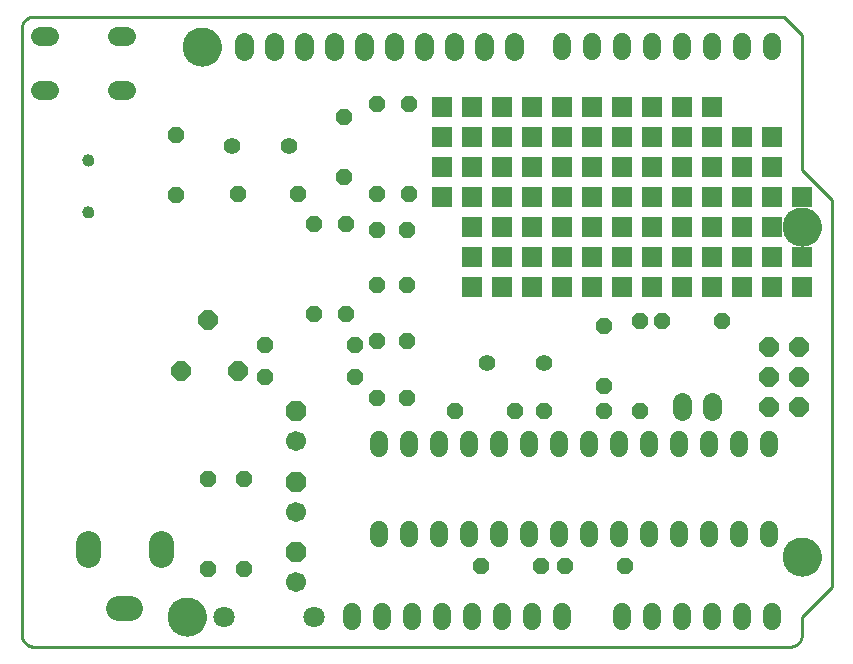
<source format=gbs>
G75*
%MOIN*%
%OFA0B0*%
%FSLAX25Y25*%
%IPPOS*%
%LPD*%
%AMOC8*
5,1,8,0,0,1.08239X$1,22.5*
%
%ADD10C,0.01000*%
%ADD11C,0.00000*%
%ADD12C,0.12998*%
%ADD13C,0.06000*%
%ADD14OC8,0.06502*%
%ADD15C,0.06400*%
%ADD16OC8,0.06700*%
%ADD17C,0.06700*%
%ADD18OC8,0.05600*%
%ADD19C,0.03943*%
%ADD20C,0.05600*%
%ADD21C,0.07093*%
%ADD22OC8,0.06400*%
%ADD23C,0.08400*%
%ADD24R,0.06896X0.06896*%
D10*
X0009770Y0009437D02*
X0009770Y0211563D01*
X0009772Y0211687D01*
X0009778Y0211810D01*
X0009787Y0211934D01*
X0009801Y0212056D01*
X0009818Y0212179D01*
X0009840Y0212301D01*
X0009865Y0212422D01*
X0009894Y0212542D01*
X0009926Y0212661D01*
X0009963Y0212780D01*
X0010003Y0212897D01*
X0010046Y0213012D01*
X0010094Y0213127D01*
X0010145Y0213239D01*
X0010199Y0213350D01*
X0010257Y0213460D01*
X0010318Y0213567D01*
X0010383Y0213673D01*
X0010451Y0213776D01*
X0010522Y0213877D01*
X0010596Y0213976D01*
X0010673Y0214073D01*
X0010754Y0214167D01*
X0010837Y0214258D01*
X0010923Y0214347D01*
X0011012Y0214433D01*
X0011103Y0214516D01*
X0011197Y0214597D01*
X0011294Y0214674D01*
X0011393Y0214748D01*
X0011494Y0214819D01*
X0011597Y0214887D01*
X0011703Y0214952D01*
X0011810Y0215013D01*
X0011920Y0215071D01*
X0012031Y0215125D01*
X0012143Y0215176D01*
X0012258Y0215224D01*
X0012373Y0215267D01*
X0012490Y0215307D01*
X0012609Y0215344D01*
X0012728Y0215376D01*
X0012848Y0215405D01*
X0012969Y0215430D01*
X0013091Y0215452D01*
X0013214Y0215469D01*
X0013336Y0215483D01*
X0013460Y0215492D01*
X0013583Y0215498D01*
X0013707Y0215500D01*
X0263770Y0215500D01*
X0269770Y0209500D01*
X0269770Y0164500D01*
X0279770Y0154500D01*
X0279770Y0025500D01*
X0269770Y0015500D01*
X0269770Y0009437D01*
X0269768Y0009313D01*
X0269762Y0009190D01*
X0269753Y0009066D01*
X0269739Y0008944D01*
X0269722Y0008821D01*
X0269700Y0008699D01*
X0269675Y0008578D01*
X0269646Y0008458D01*
X0269614Y0008339D01*
X0269577Y0008220D01*
X0269537Y0008103D01*
X0269494Y0007988D01*
X0269446Y0007873D01*
X0269395Y0007761D01*
X0269341Y0007650D01*
X0269283Y0007540D01*
X0269222Y0007433D01*
X0269157Y0007327D01*
X0269089Y0007224D01*
X0269018Y0007123D01*
X0268944Y0007024D01*
X0268867Y0006927D01*
X0268786Y0006833D01*
X0268703Y0006742D01*
X0268617Y0006653D01*
X0268528Y0006567D01*
X0268437Y0006484D01*
X0268343Y0006403D01*
X0268246Y0006326D01*
X0268147Y0006252D01*
X0268046Y0006181D01*
X0267943Y0006113D01*
X0267837Y0006048D01*
X0267730Y0005987D01*
X0267620Y0005929D01*
X0267509Y0005875D01*
X0267397Y0005824D01*
X0267282Y0005776D01*
X0267167Y0005733D01*
X0267050Y0005693D01*
X0266931Y0005656D01*
X0266812Y0005624D01*
X0266692Y0005595D01*
X0266571Y0005570D01*
X0266449Y0005548D01*
X0266326Y0005531D01*
X0266204Y0005517D01*
X0266080Y0005508D01*
X0265957Y0005502D01*
X0265833Y0005500D01*
X0013707Y0005500D01*
X0013583Y0005502D01*
X0013460Y0005508D01*
X0013336Y0005517D01*
X0013214Y0005531D01*
X0013091Y0005548D01*
X0012969Y0005570D01*
X0012848Y0005595D01*
X0012728Y0005624D01*
X0012609Y0005656D01*
X0012490Y0005693D01*
X0012373Y0005733D01*
X0012258Y0005776D01*
X0012143Y0005824D01*
X0012031Y0005875D01*
X0011920Y0005929D01*
X0011810Y0005987D01*
X0011703Y0006048D01*
X0011597Y0006113D01*
X0011494Y0006181D01*
X0011393Y0006252D01*
X0011294Y0006326D01*
X0011197Y0006403D01*
X0011103Y0006484D01*
X0011012Y0006567D01*
X0010923Y0006653D01*
X0010837Y0006742D01*
X0010754Y0006833D01*
X0010673Y0006927D01*
X0010596Y0007024D01*
X0010522Y0007123D01*
X0010451Y0007224D01*
X0010383Y0007327D01*
X0010318Y0007433D01*
X0010257Y0007540D01*
X0010199Y0007650D01*
X0010145Y0007761D01*
X0010094Y0007873D01*
X0010046Y0007988D01*
X0010003Y0008103D01*
X0009963Y0008220D01*
X0009926Y0008339D01*
X0009894Y0008458D01*
X0009865Y0008578D01*
X0009840Y0008699D01*
X0009818Y0008821D01*
X0009801Y0008944D01*
X0009787Y0009066D01*
X0009778Y0009190D01*
X0009772Y0009313D01*
X0009770Y0009437D01*
D11*
X0058471Y0015500D02*
X0058473Y0015658D01*
X0058479Y0015816D01*
X0058489Y0015974D01*
X0058503Y0016132D01*
X0058521Y0016289D01*
X0058542Y0016446D01*
X0058568Y0016602D01*
X0058598Y0016758D01*
X0058631Y0016913D01*
X0058669Y0017066D01*
X0058710Y0017219D01*
X0058755Y0017371D01*
X0058804Y0017522D01*
X0058857Y0017671D01*
X0058913Y0017819D01*
X0058973Y0017965D01*
X0059037Y0018110D01*
X0059105Y0018253D01*
X0059176Y0018395D01*
X0059250Y0018535D01*
X0059328Y0018672D01*
X0059410Y0018808D01*
X0059494Y0018942D01*
X0059583Y0019073D01*
X0059674Y0019202D01*
X0059769Y0019329D01*
X0059866Y0019454D01*
X0059967Y0019576D01*
X0060071Y0019695D01*
X0060178Y0019812D01*
X0060288Y0019926D01*
X0060401Y0020037D01*
X0060516Y0020146D01*
X0060634Y0020251D01*
X0060755Y0020353D01*
X0060878Y0020453D01*
X0061004Y0020549D01*
X0061132Y0020642D01*
X0061262Y0020732D01*
X0061395Y0020818D01*
X0061530Y0020902D01*
X0061666Y0020981D01*
X0061805Y0021058D01*
X0061946Y0021130D01*
X0062088Y0021200D01*
X0062232Y0021265D01*
X0062378Y0021327D01*
X0062525Y0021385D01*
X0062674Y0021440D01*
X0062824Y0021491D01*
X0062975Y0021538D01*
X0063127Y0021581D01*
X0063280Y0021620D01*
X0063435Y0021656D01*
X0063590Y0021687D01*
X0063746Y0021715D01*
X0063902Y0021739D01*
X0064059Y0021759D01*
X0064217Y0021775D01*
X0064374Y0021787D01*
X0064533Y0021795D01*
X0064691Y0021799D01*
X0064849Y0021799D01*
X0065007Y0021795D01*
X0065166Y0021787D01*
X0065323Y0021775D01*
X0065481Y0021759D01*
X0065638Y0021739D01*
X0065794Y0021715D01*
X0065950Y0021687D01*
X0066105Y0021656D01*
X0066260Y0021620D01*
X0066413Y0021581D01*
X0066565Y0021538D01*
X0066716Y0021491D01*
X0066866Y0021440D01*
X0067015Y0021385D01*
X0067162Y0021327D01*
X0067308Y0021265D01*
X0067452Y0021200D01*
X0067594Y0021130D01*
X0067735Y0021058D01*
X0067874Y0020981D01*
X0068010Y0020902D01*
X0068145Y0020818D01*
X0068278Y0020732D01*
X0068408Y0020642D01*
X0068536Y0020549D01*
X0068662Y0020453D01*
X0068785Y0020353D01*
X0068906Y0020251D01*
X0069024Y0020146D01*
X0069139Y0020037D01*
X0069252Y0019926D01*
X0069362Y0019812D01*
X0069469Y0019695D01*
X0069573Y0019576D01*
X0069674Y0019454D01*
X0069771Y0019329D01*
X0069866Y0019202D01*
X0069957Y0019073D01*
X0070046Y0018942D01*
X0070130Y0018808D01*
X0070212Y0018672D01*
X0070290Y0018535D01*
X0070364Y0018395D01*
X0070435Y0018253D01*
X0070503Y0018110D01*
X0070567Y0017965D01*
X0070627Y0017819D01*
X0070683Y0017671D01*
X0070736Y0017522D01*
X0070785Y0017371D01*
X0070830Y0017219D01*
X0070871Y0017066D01*
X0070909Y0016913D01*
X0070942Y0016758D01*
X0070972Y0016602D01*
X0070998Y0016446D01*
X0071019Y0016289D01*
X0071037Y0016132D01*
X0071051Y0015974D01*
X0071061Y0015816D01*
X0071067Y0015658D01*
X0071069Y0015500D01*
X0071067Y0015342D01*
X0071061Y0015184D01*
X0071051Y0015026D01*
X0071037Y0014868D01*
X0071019Y0014711D01*
X0070998Y0014554D01*
X0070972Y0014398D01*
X0070942Y0014242D01*
X0070909Y0014087D01*
X0070871Y0013934D01*
X0070830Y0013781D01*
X0070785Y0013629D01*
X0070736Y0013478D01*
X0070683Y0013329D01*
X0070627Y0013181D01*
X0070567Y0013035D01*
X0070503Y0012890D01*
X0070435Y0012747D01*
X0070364Y0012605D01*
X0070290Y0012465D01*
X0070212Y0012328D01*
X0070130Y0012192D01*
X0070046Y0012058D01*
X0069957Y0011927D01*
X0069866Y0011798D01*
X0069771Y0011671D01*
X0069674Y0011546D01*
X0069573Y0011424D01*
X0069469Y0011305D01*
X0069362Y0011188D01*
X0069252Y0011074D01*
X0069139Y0010963D01*
X0069024Y0010854D01*
X0068906Y0010749D01*
X0068785Y0010647D01*
X0068662Y0010547D01*
X0068536Y0010451D01*
X0068408Y0010358D01*
X0068278Y0010268D01*
X0068145Y0010182D01*
X0068010Y0010098D01*
X0067874Y0010019D01*
X0067735Y0009942D01*
X0067594Y0009870D01*
X0067452Y0009800D01*
X0067308Y0009735D01*
X0067162Y0009673D01*
X0067015Y0009615D01*
X0066866Y0009560D01*
X0066716Y0009509D01*
X0066565Y0009462D01*
X0066413Y0009419D01*
X0066260Y0009380D01*
X0066105Y0009344D01*
X0065950Y0009313D01*
X0065794Y0009285D01*
X0065638Y0009261D01*
X0065481Y0009241D01*
X0065323Y0009225D01*
X0065166Y0009213D01*
X0065007Y0009205D01*
X0064849Y0009201D01*
X0064691Y0009201D01*
X0064533Y0009205D01*
X0064374Y0009213D01*
X0064217Y0009225D01*
X0064059Y0009241D01*
X0063902Y0009261D01*
X0063746Y0009285D01*
X0063590Y0009313D01*
X0063435Y0009344D01*
X0063280Y0009380D01*
X0063127Y0009419D01*
X0062975Y0009462D01*
X0062824Y0009509D01*
X0062674Y0009560D01*
X0062525Y0009615D01*
X0062378Y0009673D01*
X0062232Y0009735D01*
X0062088Y0009800D01*
X0061946Y0009870D01*
X0061805Y0009942D01*
X0061666Y0010019D01*
X0061530Y0010098D01*
X0061395Y0010182D01*
X0061262Y0010268D01*
X0061132Y0010358D01*
X0061004Y0010451D01*
X0060878Y0010547D01*
X0060755Y0010647D01*
X0060634Y0010749D01*
X0060516Y0010854D01*
X0060401Y0010963D01*
X0060288Y0011074D01*
X0060178Y0011188D01*
X0060071Y0011305D01*
X0059967Y0011424D01*
X0059866Y0011546D01*
X0059769Y0011671D01*
X0059674Y0011798D01*
X0059583Y0011927D01*
X0059494Y0012058D01*
X0059410Y0012192D01*
X0059328Y0012328D01*
X0059250Y0012465D01*
X0059176Y0012605D01*
X0059105Y0012747D01*
X0059037Y0012890D01*
X0058973Y0013035D01*
X0058913Y0013181D01*
X0058857Y0013329D01*
X0058804Y0013478D01*
X0058755Y0013629D01*
X0058710Y0013781D01*
X0058669Y0013934D01*
X0058631Y0014087D01*
X0058598Y0014242D01*
X0058568Y0014398D01*
X0058542Y0014554D01*
X0058521Y0014711D01*
X0058503Y0014868D01*
X0058489Y0015026D01*
X0058479Y0015184D01*
X0058473Y0015342D01*
X0058471Y0015500D01*
X0029998Y0150339D02*
X0030000Y0150423D01*
X0030006Y0150506D01*
X0030016Y0150589D01*
X0030030Y0150672D01*
X0030047Y0150754D01*
X0030069Y0150835D01*
X0030094Y0150914D01*
X0030123Y0150993D01*
X0030156Y0151070D01*
X0030192Y0151145D01*
X0030232Y0151219D01*
X0030275Y0151291D01*
X0030322Y0151360D01*
X0030372Y0151427D01*
X0030425Y0151492D01*
X0030481Y0151554D01*
X0030539Y0151614D01*
X0030601Y0151671D01*
X0030665Y0151724D01*
X0030732Y0151775D01*
X0030801Y0151822D01*
X0030872Y0151867D01*
X0030945Y0151907D01*
X0031020Y0151944D01*
X0031097Y0151978D01*
X0031175Y0152008D01*
X0031254Y0152034D01*
X0031335Y0152057D01*
X0031417Y0152075D01*
X0031499Y0152090D01*
X0031582Y0152101D01*
X0031665Y0152108D01*
X0031749Y0152111D01*
X0031833Y0152110D01*
X0031916Y0152105D01*
X0032000Y0152096D01*
X0032082Y0152083D01*
X0032164Y0152067D01*
X0032245Y0152046D01*
X0032326Y0152022D01*
X0032404Y0151994D01*
X0032482Y0151962D01*
X0032558Y0151926D01*
X0032632Y0151887D01*
X0032704Y0151845D01*
X0032774Y0151799D01*
X0032842Y0151750D01*
X0032907Y0151698D01*
X0032970Y0151643D01*
X0033030Y0151585D01*
X0033088Y0151524D01*
X0033142Y0151460D01*
X0033194Y0151394D01*
X0033242Y0151326D01*
X0033287Y0151255D01*
X0033328Y0151182D01*
X0033367Y0151108D01*
X0033401Y0151032D01*
X0033432Y0150954D01*
X0033459Y0150875D01*
X0033483Y0150794D01*
X0033502Y0150713D01*
X0033518Y0150631D01*
X0033530Y0150548D01*
X0033538Y0150464D01*
X0033542Y0150381D01*
X0033542Y0150297D01*
X0033538Y0150214D01*
X0033530Y0150130D01*
X0033518Y0150047D01*
X0033502Y0149965D01*
X0033483Y0149884D01*
X0033459Y0149803D01*
X0033432Y0149724D01*
X0033401Y0149646D01*
X0033367Y0149570D01*
X0033328Y0149496D01*
X0033287Y0149423D01*
X0033242Y0149352D01*
X0033194Y0149284D01*
X0033142Y0149218D01*
X0033088Y0149154D01*
X0033030Y0149093D01*
X0032970Y0149035D01*
X0032907Y0148980D01*
X0032842Y0148928D01*
X0032774Y0148879D01*
X0032704Y0148833D01*
X0032632Y0148791D01*
X0032558Y0148752D01*
X0032482Y0148716D01*
X0032404Y0148684D01*
X0032326Y0148656D01*
X0032245Y0148632D01*
X0032164Y0148611D01*
X0032082Y0148595D01*
X0032000Y0148582D01*
X0031916Y0148573D01*
X0031833Y0148568D01*
X0031749Y0148567D01*
X0031665Y0148570D01*
X0031582Y0148577D01*
X0031499Y0148588D01*
X0031417Y0148603D01*
X0031335Y0148621D01*
X0031254Y0148644D01*
X0031175Y0148670D01*
X0031097Y0148700D01*
X0031020Y0148734D01*
X0030945Y0148771D01*
X0030872Y0148811D01*
X0030801Y0148856D01*
X0030732Y0148903D01*
X0030665Y0148954D01*
X0030601Y0149007D01*
X0030539Y0149064D01*
X0030481Y0149124D01*
X0030425Y0149186D01*
X0030372Y0149251D01*
X0030322Y0149318D01*
X0030275Y0149387D01*
X0030232Y0149459D01*
X0030192Y0149533D01*
X0030156Y0149608D01*
X0030123Y0149685D01*
X0030094Y0149764D01*
X0030069Y0149843D01*
X0030047Y0149924D01*
X0030030Y0150006D01*
X0030016Y0150089D01*
X0030006Y0150172D01*
X0030000Y0150255D01*
X0029998Y0150339D01*
X0029998Y0167661D02*
X0030000Y0167745D01*
X0030006Y0167828D01*
X0030016Y0167911D01*
X0030030Y0167994D01*
X0030047Y0168076D01*
X0030069Y0168157D01*
X0030094Y0168236D01*
X0030123Y0168315D01*
X0030156Y0168392D01*
X0030192Y0168467D01*
X0030232Y0168541D01*
X0030275Y0168613D01*
X0030322Y0168682D01*
X0030372Y0168749D01*
X0030425Y0168814D01*
X0030481Y0168876D01*
X0030539Y0168936D01*
X0030601Y0168993D01*
X0030665Y0169046D01*
X0030732Y0169097D01*
X0030801Y0169144D01*
X0030872Y0169189D01*
X0030945Y0169229D01*
X0031020Y0169266D01*
X0031097Y0169300D01*
X0031175Y0169330D01*
X0031254Y0169356D01*
X0031335Y0169379D01*
X0031417Y0169397D01*
X0031499Y0169412D01*
X0031582Y0169423D01*
X0031665Y0169430D01*
X0031749Y0169433D01*
X0031833Y0169432D01*
X0031916Y0169427D01*
X0032000Y0169418D01*
X0032082Y0169405D01*
X0032164Y0169389D01*
X0032245Y0169368D01*
X0032326Y0169344D01*
X0032404Y0169316D01*
X0032482Y0169284D01*
X0032558Y0169248D01*
X0032632Y0169209D01*
X0032704Y0169167D01*
X0032774Y0169121D01*
X0032842Y0169072D01*
X0032907Y0169020D01*
X0032970Y0168965D01*
X0033030Y0168907D01*
X0033088Y0168846D01*
X0033142Y0168782D01*
X0033194Y0168716D01*
X0033242Y0168648D01*
X0033287Y0168577D01*
X0033328Y0168504D01*
X0033367Y0168430D01*
X0033401Y0168354D01*
X0033432Y0168276D01*
X0033459Y0168197D01*
X0033483Y0168116D01*
X0033502Y0168035D01*
X0033518Y0167953D01*
X0033530Y0167870D01*
X0033538Y0167786D01*
X0033542Y0167703D01*
X0033542Y0167619D01*
X0033538Y0167536D01*
X0033530Y0167452D01*
X0033518Y0167369D01*
X0033502Y0167287D01*
X0033483Y0167206D01*
X0033459Y0167125D01*
X0033432Y0167046D01*
X0033401Y0166968D01*
X0033367Y0166892D01*
X0033328Y0166818D01*
X0033287Y0166745D01*
X0033242Y0166674D01*
X0033194Y0166606D01*
X0033142Y0166540D01*
X0033088Y0166476D01*
X0033030Y0166415D01*
X0032970Y0166357D01*
X0032907Y0166302D01*
X0032842Y0166250D01*
X0032774Y0166201D01*
X0032704Y0166155D01*
X0032632Y0166113D01*
X0032558Y0166074D01*
X0032482Y0166038D01*
X0032404Y0166006D01*
X0032326Y0165978D01*
X0032245Y0165954D01*
X0032164Y0165933D01*
X0032082Y0165917D01*
X0032000Y0165904D01*
X0031916Y0165895D01*
X0031833Y0165890D01*
X0031749Y0165889D01*
X0031665Y0165892D01*
X0031582Y0165899D01*
X0031499Y0165910D01*
X0031417Y0165925D01*
X0031335Y0165943D01*
X0031254Y0165966D01*
X0031175Y0165992D01*
X0031097Y0166022D01*
X0031020Y0166056D01*
X0030945Y0166093D01*
X0030872Y0166133D01*
X0030801Y0166178D01*
X0030732Y0166225D01*
X0030665Y0166276D01*
X0030601Y0166329D01*
X0030539Y0166386D01*
X0030481Y0166446D01*
X0030425Y0166508D01*
X0030372Y0166573D01*
X0030322Y0166640D01*
X0030275Y0166709D01*
X0030232Y0166781D01*
X0030192Y0166855D01*
X0030156Y0166930D01*
X0030123Y0167007D01*
X0030094Y0167086D01*
X0030069Y0167165D01*
X0030047Y0167246D01*
X0030030Y0167328D01*
X0030016Y0167411D01*
X0030006Y0167494D01*
X0030000Y0167577D01*
X0029998Y0167661D01*
X0063471Y0205500D02*
X0063473Y0205658D01*
X0063479Y0205816D01*
X0063489Y0205974D01*
X0063503Y0206132D01*
X0063521Y0206289D01*
X0063542Y0206446D01*
X0063568Y0206602D01*
X0063598Y0206758D01*
X0063631Y0206913D01*
X0063669Y0207066D01*
X0063710Y0207219D01*
X0063755Y0207371D01*
X0063804Y0207522D01*
X0063857Y0207671D01*
X0063913Y0207819D01*
X0063973Y0207965D01*
X0064037Y0208110D01*
X0064105Y0208253D01*
X0064176Y0208395D01*
X0064250Y0208535D01*
X0064328Y0208672D01*
X0064410Y0208808D01*
X0064494Y0208942D01*
X0064583Y0209073D01*
X0064674Y0209202D01*
X0064769Y0209329D01*
X0064866Y0209454D01*
X0064967Y0209576D01*
X0065071Y0209695D01*
X0065178Y0209812D01*
X0065288Y0209926D01*
X0065401Y0210037D01*
X0065516Y0210146D01*
X0065634Y0210251D01*
X0065755Y0210353D01*
X0065878Y0210453D01*
X0066004Y0210549D01*
X0066132Y0210642D01*
X0066262Y0210732D01*
X0066395Y0210818D01*
X0066530Y0210902D01*
X0066666Y0210981D01*
X0066805Y0211058D01*
X0066946Y0211130D01*
X0067088Y0211200D01*
X0067232Y0211265D01*
X0067378Y0211327D01*
X0067525Y0211385D01*
X0067674Y0211440D01*
X0067824Y0211491D01*
X0067975Y0211538D01*
X0068127Y0211581D01*
X0068280Y0211620D01*
X0068435Y0211656D01*
X0068590Y0211687D01*
X0068746Y0211715D01*
X0068902Y0211739D01*
X0069059Y0211759D01*
X0069217Y0211775D01*
X0069374Y0211787D01*
X0069533Y0211795D01*
X0069691Y0211799D01*
X0069849Y0211799D01*
X0070007Y0211795D01*
X0070166Y0211787D01*
X0070323Y0211775D01*
X0070481Y0211759D01*
X0070638Y0211739D01*
X0070794Y0211715D01*
X0070950Y0211687D01*
X0071105Y0211656D01*
X0071260Y0211620D01*
X0071413Y0211581D01*
X0071565Y0211538D01*
X0071716Y0211491D01*
X0071866Y0211440D01*
X0072015Y0211385D01*
X0072162Y0211327D01*
X0072308Y0211265D01*
X0072452Y0211200D01*
X0072594Y0211130D01*
X0072735Y0211058D01*
X0072874Y0210981D01*
X0073010Y0210902D01*
X0073145Y0210818D01*
X0073278Y0210732D01*
X0073408Y0210642D01*
X0073536Y0210549D01*
X0073662Y0210453D01*
X0073785Y0210353D01*
X0073906Y0210251D01*
X0074024Y0210146D01*
X0074139Y0210037D01*
X0074252Y0209926D01*
X0074362Y0209812D01*
X0074469Y0209695D01*
X0074573Y0209576D01*
X0074674Y0209454D01*
X0074771Y0209329D01*
X0074866Y0209202D01*
X0074957Y0209073D01*
X0075046Y0208942D01*
X0075130Y0208808D01*
X0075212Y0208672D01*
X0075290Y0208535D01*
X0075364Y0208395D01*
X0075435Y0208253D01*
X0075503Y0208110D01*
X0075567Y0207965D01*
X0075627Y0207819D01*
X0075683Y0207671D01*
X0075736Y0207522D01*
X0075785Y0207371D01*
X0075830Y0207219D01*
X0075871Y0207066D01*
X0075909Y0206913D01*
X0075942Y0206758D01*
X0075972Y0206602D01*
X0075998Y0206446D01*
X0076019Y0206289D01*
X0076037Y0206132D01*
X0076051Y0205974D01*
X0076061Y0205816D01*
X0076067Y0205658D01*
X0076069Y0205500D01*
X0076067Y0205342D01*
X0076061Y0205184D01*
X0076051Y0205026D01*
X0076037Y0204868D01*
X0076019Y0204711D01*
X0075998Y0204554D01*
X0075972Y0204398D01*
X0075942Y0204242D01*
X0075909Y0204087D01*
X0075871Y0203934D01*
X0075830Y0203781D01*
X0075785Y0203629D01*
X0075736Y0203478D01*
X0075683Y0203329D01*
X0075627Y0203181D01*
X0075567Y0203035D01*
X0075503Y0202890D01*
X0075435Y0202747D01*
X0075364Y0202605D01*
X0075290Y0202465D01*
X0075212Y0202328D01*
X0075130Y0202192D01*
X0075046Y0202058D01*
X0074957Y0201927D01*
X0074866Y0201798D01*
X0074771Y0201671D01*
X0074674Y0201546D01*
X0074573Y0201424D01*
X0074469Y0201305D01*
X0074362Y0201188D01*
X0074252Y0201074D01*
X0074139Y0200963D01*
X0074024Y0200854D01*
X0073906Y0200749D01*
X0073785Y0200647D01*
X0073662Y0200547D01*
X0073536Y0200451D01*
X0073408Y0200358D01*
X0073278Y0200268D01*
X0073145Y0200182D01*
X0073010Y0200098D01*
X0072874Y0200019D01*
X0072735Y0199942D01*
X0072594Y0199870D01*
X0072452Y0199800D01*
X0072308Y0199735D01*
X0072162Y0199673D01*
X0072015Y0199615D01*
X0071866Y0199560D01*
X0071716Y0199509D01*
X0071565Y0199462D01*
X0071413Y0199419D01*
X0071260Y0199380D01*
X0071105Y0199344D01*
X0070950Y0199313D01*
X0070794Y0199285D01*
X0070638Y0199261D01*
X0070481Y0199241D01*
X0070323Y0199225D01*
X0070166Y0199213D01*
X0070007Y0199205D01*
X0069849Y0199201D01*
X0069691Y0199201D01*
X0069533Y0199205D01*
X0069374Y0199213D01*
X0069217Y0199225D01*
X0069059Y0199241D01*
X0068902Y0199261D01*
X0068746Y0199285D01*
X0068590Y0199313D01*
X0068435Y0199344D01*
X0068280Y0199380D01*
X0068127Y0199419D01*
X0067975Y0199462D01*
X0067824Y0199509D01*
X0067674Y0199560D01*
X0067525Y0199615D01*
X0067378Y0199673D01*
X0067232Y0199735D01*
X0067088Y0199800D01*
X0066946Y0199870D01*
X0066805Y0199942D01*
X0066666Y0200019D01*
X0066530Y0200098D01*
X0066395Y0200182D01*
X0066262Y0200268D01*
X0066132Y0200358D01*
X0066004Y0200451D01*
X0065878Y0200547D01*
X0065755Y0200647D01*
X0065634Y0200749D01*
X0065516Y0200854D01*
X0065401Y0200963D01*
X0065288Y0201074D01*
X0065178Y0201188D01*
X0065071Y0201305D01*
X0064967Y0201424D01*
X0064866Y0201546D01*
X0064769Y0201671D01*
X0064674Y0201798D01*
X0064583Y0201927D01*
X0064494Y0202058D01*
X0064410Y0202192D01*
X0064328Y0202328D01*
X0064250Y0202465D01*
X0064176Y0202605D01*
X0064105Y0202747D01*
X0064037Y0202890D01*
X0063973Y0203035D01*
X0063913Y0203181D01*
X0063857Y0203329D01*
X0063804Y0203478D01*
X0063755Y0203629D01*
X0063710Y0203781D01*
X0063669Y0203934D01*
X0063631Y0204087D01*
X0063598Y0204242D01*
X0063568Y0204398D01*
X0063542Y0204554D01*
X0063521Y0204711D01*
X0063503Y0204868D01*
X0063489Y0205026D01*
X0063479Y0205184D01*
X0063473Y0205342D01*
X0063471Y0205500D01*
X0263471Y0145500D02*
X0263473Y0145658D01*
X0263479Y0145816D01*
X0263489Y0145974D01*
X0263503Y0146132D01*
X0263521Y0146289D01*
X0263542Y0146446D01*
X0263568Y0146602D01*
X0263598Y0146758D01*
X0263631Y0146913D01*
X0263669Y0147066D01*
X0263710Y0147219D01*
X0263755Y0147371D01*
X0263804Y0147522D01*
X0263857Y0147671D01*
X0263913Y0147819D01*
X0263973Y0147965D01*
X0264037Y0148110D01*
X0264105Y0148253D01*
X0264176Y0148395D01*
X0264250Y0148535D01*
X0264328Y0148672D01*
X0264410Y0148808D01*
X0264494Y0148942D01*
X0264583Y0149073D01*
X0264674Y0149202D01*
X0264769Y0149329D01*
X0264866Y0149454D01*
X0264967Y0149576D01*
X0265071Y0149695D01*
X0265178Y0149812D01*
X0265288Y0149926D01*
X0265401Y0150037D01*
X0265516Y0150146D01*
X0265634Y0150251D01*
X0265755Y0150353D01*
X0265878Y0150453D01*
X0266004Y0150549D01*
X0266132Y0150642D01*
X0266262Y0150732D01*
X0266395Y0150818D01*
X0266530Y0150902D01*
X0266666Y0150981D01*
X0266805Y0151058D01*
X0266946Y0151130D01*
X0267088Y0151200D01*
X0267232Y0151265D01*
X0267378Y0151327D01*
X0267525Y0151385D01*
X0267674Y0151440D01*
X0267824Y0151491D01*
X0267975Y0151538D01*
X0268127Y0151581D01*
X0268280Y0151620D01*
X0268435Y0151656D01*
X0268590Y0151687D01*
X0268746Y0151715D01*
X0268902Y0151739D01*
X0269059Y0151759D01*
X0269217Y0151775D01*
X0269374Y0151787D01*
X0269533Y0151795D01*
X0269691Y0151799D01*
X0269849Y0151799D01*
X0270007Y0151795D01*
X0270166Y0151787D01*
X0270323Y0151775D01*
X0270481Y0151759D01*
X0270638Y0151739D01*
X0270794Y0151715D01*
X0270950Y0151687D01*
X0271105Y0151656D01*
X0271260Y0151620D01*
X0271413Y0151581D01*
X0271565Y0151538D01*
X0271716Y0151491D01*
X0271866Y0151440D01*
X0272015Y0151385D01*
X0272162Y0151327D01*
X0272308Y0151265D01*
X0272452Y0151200D01*
X0272594Y0151130D01*
X0272735Y0151058D01*
X0272874Y0150981D01*
X0273010Y0150902D01*
X0273145Y0150818D01*
X0273278Y0150732D01*
X0273408Y0150642D01*
X0273536Y0150549D01*
X0273662Y0150453D01*
X0273785Y0150353D01*
X0273906Y0150251D01*
X0274024Y0150146D01*
X0274139Y0150037D01*
X0274252Y0149926D01*
X0274362Y0149812D01*
X0274469Y0149695D01*
X0274573Y0149576D01*
X0274674Y0149454D01*
X0274771Y0149329D01*
X0274866Y0149202D01*
X0274957Y0149073D01*
X0275046Y0148942D01*
X0275130Y0148808D01*
X0275212Y0148672D01*
X0275290Y0148535D01*
X0275364Y0148395D01*
X0275435Y0148253D01*
X0275503Y0148110D01*
X0275567Y0147965D01*
X0275627Y0147819D01*
X0275683Y0147671D01*
X0275736Y0147522D01*
X0275785Y0147371D01*
X0275830Y0147219D01*
X0275871Y0147066D01*
X0275909Y0146913D01*
X0275942Y0146758D01*
X0275972Y0146602D01*
X0275998Y0146446D01*
X0276019Y0146289D01*
X0276037Y0146132D01*
X0276051Y0145974D01*
X0276061Y0145816D01*
X0276067Y0145658D01*
X0276069Y0145500D01*
X0276067Y0145342D01*
X0276061Y0145184D01*
X0276051Y0145026D01*
X0276037Y0144868D01*
X0276019Y0144711D01*
X0275998Y0144554D01*
X0275972Y0144398D01*
X0275942Y0144242D01*
X0275909Y0144087D01*
X0275871Y0143934D01*
X0275830Y0143781D01*
X0275785Y0143629D01*
X0275736Y0143478D01*
X0275683Y0143329D01*
X0275627Y0143181D01*
X0275567Y0143035D01*
X0275503Y0142890D01*
X0275435Y0142747D01*
X0275364Y0142605D01*
X0275290Y0142465D01*
X0275212Y0142328D01*
X0275130Y0142192D01*
X0275046Y0142058D01*
X0274957Y0141927D01*
X0274866Y0141798D01*
X0274771Y0141671D01*
X0274674Y0141546D01*
X0274573Y0141424D01*
X0274469Y0141305D01*
X0274362Y0141188D01*
X0274252Y0141074D01*
X0274139Y0140963D01*
X0274024Y0140854D01*
X0273906Y0140749D01*
X0273785Y0140647D01*
X0273662Y0140547D01*
X0273536Y0140451D01*
X0273408Y0140358D01*
X0273278Y0140268D01*
X0273145Y0140182D01*
X0273010Y0140098D01*
X0272874Y0140019D01*
X0272735Y0139942D01*
X0272594Y0139870D01*
X0272452Y0139800D01*
X0272308Y0139735D01*
X0272162Y0139673D01*
X0272015Y0139615D01*
X0271866Y0139560D01*
X0271716Y0139509D01*
X0271565Y0139462D01*
X0271413Y0139419D01*
X0271260Y0139380D01*
X0271105Y0139344D01*
X0270950Y0139313D01*
X0270794Y0139285D01*
X0270638Y0139261D01*
X0270481Y0139241D01*
X0270323Y0139225D01*
X0270166Y0139213D01*
X0270007Y0139205D01*
X0269849Y0139201D01*
X0269691Y0139201D01*
X0269533Y0139205D01*
X0269374Y0139213D01*
X0269217Y0139225D01*
X0269059Y0139241D01*
X0268902Y0139261D01*
X0268746Y0139285D01*
X0268590Y0139313D01*
X0268435Y0139344D01*
X0268280Y0139380D01*
X0268127Y0139419D01*
X0267975Y0139462D01*
X0267824Y0139509D01*
X0267674Y0139560D01*
X0267525Y0139615D01*
X0267378Y0139673D01*
X0267232Y0139735D01*
X0267088Y0139800D01*
X0266946Y0139870D01*
X0266805Y0139942D01*
X0266666Y0140019D01*
X0266530Y0140098D01*
X0266395Y0140182D01*
X0266262Y0140268D01*
X0266132Y0140358D01*
X0266004Y0140451D01*
X0265878Y0140547D01*
X0265755Y0140647D01*
X0265634Y0140749D01*
X0265516Y0140854D01*
X0265401Y0140963D01*
X0265288Y0141074D01*
X0265178Y0141188D01*
X0265071Y0141305D01*
X0264967Y0141424D01*
X0264866Y0141546D01*
X0264769Y0141671D01*
X0264674Y0141798D01*
X0264583Y0141927D01*
X0264494Y0142058D01*
X0264410Y0142192D01*
X0264328Y0142328D01*
X0264250Y0142465D01*
X0264176Y0142605D01*
X0264105Y0142747D01*
X0264037Y0142890D01*
X0263973Y0143035D01*
X0263913Y0143181D01*
X0263857Y0143329D01*
X0263804Y0143478D01*
X0263755Y0143629D01*
X0263710Y0143781D01*
X0263669Y0143934D01*
X0263631Y0144087D01*
X0263598Y0144242D01*
X0263568Y0144398D01*
X0263542Y0144554D01*
X0263521Y0144711D01*
X0263503Y0144868D01*
X0263489Y0145026D01*
X0263479Y0145184D01*
X0263473Y0145342D01*
X0263471Y0145500D01*
X0263471Y0035500D02*
X0263473Y0035658D01*
X0263479Y0035816D01*
X0263489Y0035974D01*
X0263503Y0036132D01*
X0263521Y0036289D01*
X0263542Y0036446D01*
X0263568Y0036602D01*
X0263598Y0036758D01*
X0263631Y0036913D01*
X0263669Y0037066D01*
X0263710Y0037219D01*
X0263755Y0037371D01*
X0263804Y0037522D01*
X0263857Y0037671D01*
X0263913Y0037819D01*
X0263973Y0037965D01*
X0264037Y0038110D01*
X0264105Y0038253D01*
X0264176Y0038395D01*
X0264250Y0038535D01*
X0264328Y0038672D01*
X0264410Y0038808D01*
X0264494Y0038942D01*
X0264583Y0039073D01*
X0264674Y0039202D01*
X0264769Y0039329D01*
X0264866Y0039454D01*
X0264967Y0039576D01*
X0265071Y0039695D01*
X0265178Y0039812D01*
X0265288Y0039926D01*
X0265401Y0040037D01*
X0265516Y0040146D01*
X0265634Y0040251D01*
X0265755Y0040353D01*
X0265878Y0040453D01*
X0266004Y0040549D01*
X0266132Y0040642D01*
X0266262Y0040732D01*
X0266395Y0040818D01*
X0266530Y0040902D01*
X0266666Y0040981D01*
X0266805Y0041058D01*
X0266946Y0041130D01*
X0267088Y0041200D01*
X0267232Y0041265D01*
X0267378Y0041327D01*
X0267525Y0041385D01*
X0267674Y0041440D01*
X0267824Y0041491D01*
X0267975Y0041538D01*
X0268127Y0041581D01*
X0268280Y0041620D01*
X0268435Y0041656D01*
X0268590Y0041687D01*
X0268746Y0041715D01*
X0268902Y0041739D01*
X0269059Y0041759D01*
X0269217Y0041775D01*
X0269374Y0041787D01*
X0269533Y0041795D01*
X0269691Y0041799D01*
X0269849Y0041799D01*
X0270007Y0041795D01*
X0270166Y0041787D01*
X0270323Y0041775D01*
X0270481Y0041759D01*
X0270638Y0041739D01*
X0270794Y0041715D01*
X0270950Y0041687D01*
X0271105Y0041656D01*
X0271260Y0041620D01*
X0271413Y0041581D01*
X0271565Y0041538D01*
X0271716Y0041491D01*
X0271866Y0041440D01*
X0272015Y0041385D01*
X0272162Y0041327D01*
X0272308Y0041265D01*
X0272452Y0041200D01*
X0272594Y0041130D01*
X0272735Y0041058D01*
X0272874Y0040981D01*
X0273010Y0040902D01*
X0273145Y0040818D01*
X0273278Y0040732D01*
X0273408Y0040642D01*
X0273536Y0040549D01*
X0273662Y0040453D01*
X0273785Y0040353D01*
X0273906Y0040251D01*
X0274024Y0040146D01*
X0274139Y0040037D01*
X0274252Y0039926D01*
X0274362Y0039812D01*
X0274469Y0039695D01*
X0274573Y0039576D01*
X0274674Y0039454D01*
X0274771Y0039329D01*
X0274866Y0039202D01*
X0274957Y0039073D01*
X0275046Y0038942D01*
X0275130Y0038808D01*
X0275212Y0038672D01*
X0275290Y0038535D01*
X0275364Y0038395D01*
X0275435Y0038253D01*
X0275503Y0038110D01*
X0275567Y0037965D01*
X0275627Y0037819D01*
X0275683Y0037671D01*
X0275736Y0037522D01*
X0275785Y0037371D01*
X0275830Y0037219D01*
X0275871Y0037066D01*
X0275909Y0036913D01*
X0275942Y0036758D01*
X0275972Y0036602D01*
X0275998Y0036446D01*
X0276019Y0036289D01*
X0276037Y0036132D01*
X0276051Y0035974D01*
X0276061Y0035816D01*
X0276067Y0035658D01*
X0276069Y0035500D01*
X0276067Y0035342D01*
X0276061Y0035184D01*
X0276051Y0035026D01*
X0276037Y0034868D01*
X0276019Y0034711D01*
X0275998Y0034554D01*
X0275972Y0034398D01*
X0275942Y0034242D01*
X0275909Y0034087D01*
X0275871Y0033934D01*
X0275830Y0033781D01*
X0275785Y0033629D01*
X0275736Y0033478D01*
X0275683Y0033329D01*
X0275627Y0033181D01*
X0275567Y0033035D01*
X0275503Y0032890D01*
X0275435Y0032747D01*
X0275364Y0032605D01*
X0275290Y0032465D01*
X0275212Y0032328D01*
X0275130Y0032192D01*
X0275046Y0032058D01*
X0274957Y0031927D01*
X0274866Y0031798D01*
X0274771Y0031671D01*
X0274674Y0031546D01*
X0274573Y0031424D01*
X0274469Y0031305D01*
X0274362Y0031188D01*
X0274252Y0031074D01*
X0274139Y0030963D01*
X0274024Y0030854D01*
X0273906Y0030749D01*
X0273785Y0030647D01*
X0273662Y0030547D01*
X0273536Y0030451D01*
X0273408Y0030358D01*
X0273278Y0030268D01*
X0273145Y0030182D01*
X0273010Y0030098D01*
X0272874Y0030019D01*
X0272735Y0029942D01*
X0272594Y0029870D01*
X0272452Y0029800D01*
X0272308Y0029735D01*
X0272162Y0029673D01*
X0272015Y0029615D01*
X0271866Y0029560D01*
X0271716Y0029509D01*
X0271565Y0029462D01*
X0271413Y0029419D01*
X0271260Y0029380D01*
X0271105Y0029344D01*
X0270950Y0029313D01*
X0270794Y0029285D01*
X0270638Y0029261D01*
X0270481Y0029241D01*
X0270323Y0029225D01*
X0270166Y0029213D01*
X0270007Y0029205D01*
X0269849Y0029201D01*
X0269691Y0029201D01*
X0269533Y0029205D01*
X0269374Y0029213D01*
X0269217Y0029225D01*
X0269059Y0029241D01*
X0268902Y0029261D01*
X0268746Y0029285D01*
X0268590Y0029313D01*
X0268435Y0029344D01*
X0268280Y0029380D01*
X0268127Y0029419D01*
X0267975Y0029462D01*
X0267824Y0029509D01*
X0267674Y0029560D01*
X0267525Y0029615D01*
X0267378Y0029673D01*
X0267232Y0029735D01*
X0267088Y0029800D01*
X0266946Y0029870D01*
X0266805Y0029942D01*
X0266666Y0030019D01*
X0266530Y0030098D01*
X0266395Y0030182D01*
X0266262Y0030268D01*
X0266132Y0030358D01*
X0266004Y0030451D01*
X0265878Y0030547D01*
X0265755Y0030647D01*
X0265634Y0030749D01*
X0265516Y0030854D01*
X0265401Y0030963D01*
X0265288Y0031074D01*
X0265178Y0031188D01*
X0265071Y0031305D01*
X0264967Y0031424D01*
X0264866Y0031546D01*
X0264769Y0031671D01*
X0264674Y0031798D01*
X0264583Y0031927D01*
X0264494Y0032058D01*
X0264410Y0032192D01*
X0264328Y0032328D01*
X0264250Y0032465D01*
X0264176Y0032605D01*
X0264105Y0032747D01*
X0264037Y0032890D01*
X0263973Y0033035D01*
X0263913Y0033181D01*
X0263857Y0033329D01*
X0263804Y0033478D01*
X0263755Y0033629D01*
X0263710Y0033781D01*
X0263669Y0033934D01*
X0263631Y0034087D01*
X0263598Y0034242D01*
X0263568Y0034398D01*
X0263542Y0034554D01*
X0263521Y0034711D01*
X0263503Y0034868D01*
X0263489Y0035026D01*
X0263479Y0035184D01*
X0263473Y0035342D01*
X0263471Y0035500D01*
D12*
X0269770Y0035500D03*
X0269770Y0145500D03*
X0069770Y0205500D03*
X0064770Y0015500D03*
D13*
X0119770Y0014100D02*
X0119770Y0016900D01*
X0129770Y0016900D02*
X0129770Y0014100D01*
X0139770Y0014100D02*
X0139770Y0016900D01*
X0149770Y0016900D02*
X0149770Y0014100D01*
X0159770Y0014100D02*
X0159770Y0016900D01*
X0169770Y0016900D02*
X0169770Y0014100D01*
X0179770Y0014100D02*
X0179770Y0016900D01*
X0189770Y0016900D02*
X0189770Y0014100D01*
X0209770Y0014100D02*
X0209770Y0016900D01*
X0219770Y0016900D02*
X0219770Y0014100D01*
X0229770Y0014100D02*
X0229770Y0016900D01*
X0239770Y0016900D02*
X0239770Y0014100D01*
X0249770Y0014100D02*
X0249770Y0016900D01*
X0259770Y0016900D02*
X0259770Y0014100D01*
X0258770Y0041600D02*
X0258770Y0044400D01*
X0248770Y0044400D02*
X0248770Y0041600D01*
X0238770Y0041600D02*
X0238770Y0044400D01*
X0228770Y0044400D02*
X0228770Y0041600D01*
X0218770Y0041600D02*
X0218770Y0044400D01*
X0208770Y0044400D02*
X0208770Y0041600D01*
X0198770Y0041600D02*
X0198770Y0044400D01*
X0188770Y0044400D02*
X0188770Y0041600D01*
X0178770Y0041600D02*
X0178770Y0044400D01*
X0168770Y0044400D02*
X0168770Y0041600D01*
X0158770Y0041600D02*
X0158770Y0044400D01*
X0148770Y0044400D02*
X0148770Y0041600D01*
X0138770Y0041600D02*
X0138770Y0044400D01*
X0128770Y0044400D02*
X0128770Y0041600D01*
X0128770Y0071600D02*
X0128770Y0074400D01*
X0138770Y0074400D02*
X0138770Y0071600D01*
X0148770Y0071600D02*
X0148770Y0074400D01*
X0158770Y0074400D02*
X0158770Y0071600D01*
X0168770Y0071600D02*
X0168770Y0074400D01*
X0178770Y0074400D02*
X0178770Y0071600D01*
X0188770Y0071600D02*
X0188770Y0074400D01*
X0198770Y0074400D02*
X0198770Y0071600D01*
X0208770Y0071600D02*
X0208770Y0074400D01*
X0218770Y0074400D02*
X0218770Y0071600D01*
X0228770Y0071600D02*
X0228770Y0074400D01*
X0238770Y0074400D02*
X0238770Y0071600D01*
X0248770Y0071600D02*
X0248770Y0074400D01*
X0258770Y0074400D02*
X0258770Y0071600D01*
X0259770Y0204100D02*
X0259770Y0206900D01*
X0249770Y0206900D02*
X0249770Y0204100D01*
X0239770Y0204100D02*
X0239770Y0206900D01*
X0229770Y0206900D02*
X0229770Y0204100D01*
X0219770Y0204100D02*
X0219770Y0206900D01*
X0209770Y0206900D02*
X0209770Y0204100D01*
X0199770Y0204100D02*
X0199770Y0206900D01*
X0189770Y0206900D02*
X0189770Y0204100D01*
D14*
X0258770Y0105500D03*
X0268770Y0105500D03*
X0268770Y0095500D03*
X0258770Y0095500D03*
X0258770Y0085500D03*
X0268770Y0085500D03*
D15*
X0239770Y0084000D02*
X0239770Y0087000D01*
X0229770Y0087000D02*
X0229770Y0084000D01*
X0173770Y0204000D02*
X0173770Y0207000D01*
X0163770Y0207000D02*
X0163770Y0204000D01*
X0153770Y0204000D02*
X0153770Y0207000D01*
X0143770Y0207000D02*
X0143770Y0204000D01*
X0133770Y0204000D02*
X0133770Y0207000D01*
X0123770Y0207000D02*
X0123770Y0204000D01*
X0113770Y0204000D02*
X0113770Y0207000D01*
X0103770Y0207000D02*
X0103770Y0204000D01*
X0093770Y0204000D02*
X0093770Y0207000D01*
X0083770Y0207000D02*
X0083770Y0204000D01*
X0044570Y0208900D02*
X0041570Y0208900D01*
X0041570Y0191100D02*
X0044570Y0191100D01*
X0018970Y0191100D02*
X0015970Y0191100D01*
X0015970Y0208900D02*
X0018970Y0208900D01*
D16*
X0101270Y0084000D03*
X0101270Y0060500D03*
X0101270Y0037000D03*
D17*
X0101270Y0027000D03*
X0101270Y0050500D03*
X0101270Y0074000D03*
D18*
X0083770Y0061500D03*
X0071770Y0061500D03*
X0071770Y0031500D03*
X0083770Y0031500D03*
X0128270Y0088500D03*
X0120770Y0095500D03*
X0120770Y0106000D03*
X0128270Y0107500D03*
X0138270Y0107500D03*
X0138270Y0126000D03*
X0128270Y0126000D03*
X0117770Y0116500D03*
X0107270Y0116500D03*
X0090770Y0106000D03*
X0090770Y0095500D03*
X0138270Y0088500D03*
X0154270Y0084000D03*
X0174270Y0084000D03*
X0183770Y0084000D03*
X0203770Y0084000D03*
X0203770Y0092500D03*
X0215770Y0084000D03*
X0203770Y0112500D03*
X0215770Y0114000D03*
X0223270Y0114000D03*
X0243270Y0114000D03*
X0210770Y0032500D03*
X0190770Y0032500D03*
X0182770Y0032500D03*
X0162770Y0032500D03*
X0138270Y0144500D03*
X0128270Y0144500D03*
X0117770Y0146500D03*
X0107270Y0146500D03*
X0101770Y0156500D03*
X0117270Y0162000D03*
X0128270Y0156500D03*
X0138770Y0156500D03*
X0117270Y0182000D03*
X0128270Y0186500D03*
X0138770Y0186500D03*
X0081770Y0156500D03*
X0061270Y0156000D03*
X0061270Y0176000D03*
D19*
X0031770Y0167661D03*
X0031770Y0150339D03*
D20*
X0079770Y0172500D03*
X0098770Y0172500D03*
X0164770Y0100000D03*
X0183770Y0100000D03*
D21*
X0107270Y0015500D03*
X0077270Y0015500D03*
D22*
X0081770Y0097500D03*
X0062770Y0097500D03*
X0071770Y0114500D03*
D23*
X0056270Y0040000D02*
X0056270Y0036000D01*
X0045770Y0018500D02*
X0041770Y0018500D01*
X0031770Y0036000D02*
X0031770Y0040000D01*
D24*
X0159770Y0125500D03*
X0169770Y0125500D03*
X0179770Y0125500D03*
X0189770Y0125500D03*
X0199770Y0125500D03*
X0209770Y0125500D03*
X0219770Y0125500D03*
X0229770Y0125500D03*
X0239770Y0125500D03*
X0249770Y0125500D03*
X0259770Y0125500D03*
X0269770Y0125500D03*
X0269770Y0135500D03*
X0259770Y0135500D03*
X0249770Y0135500D03*
X0239770Y0135500D03*
X0229770Y0135500D03*
X0219770Y0135500D03*
X0209770Y0135500D03*
X0199770Y0135500D03*
X0189770Y0135500D03*
X0179770Y0135500D03*
X0169770Y0135500D03*
X0159770Y0135500D03*
X0159770Y0145500D03*
X0169770Y0145500D03*
X0179770Y0145500D03*
X0189770Y0145500D03*
X0199770Y0145500D03*
X0209770Y0145500D03*
X0219770Y0145500D03*
X0229770Y0145500D03*
X0239770Y0145500D03*
X0249770Y0145500D03*
X0259770Y0145500D03*
X0259770Y0155500D03*
X0269770Y0155500D03*
X0259770Y0165500D03*
X0259770Y0175500D03*
X0249770Y0175500D03*
X0239770Y0175500D03*
X0239770Y0165500D03*
X0249770Y0165500D03*
X0249770Y0155500D03*
X0239770Y0155500D03*
X0229770Y0155500D03*
X0219770Y0155500D03*
X0209770Y0155500D03*
X0199770Y0155500D03*
X0189770Y0155500D03*
X0179770Y0155500D03*
X0169770Y0155500D03*
X0159770Y0155500D03*
X0149770Y0155500D03*
X0149770Y0165500D03*
X0159770Y0165500D03*
X0169770Y0165500D03*
X0179770Y0165500D03*
X0189770Y0165500D03*
X0199770Y0165500D03*
X0209770Y0165500D03*
X0219770Y0165500D03*
X0229770Y0165500D03*
X0229770Y0175500D03*
X0219770Y0175500D03*
X0209770Y0175500D03*
X0199770Y0175500D03*
X0189770Y0175500D03*
X0179770Y0175500D03*
X0169770Y0175500D03*
X0159770Y0175500D03*
X0149770Y0175500D03*
X0149770Y0185500D03*
X0159770Y0185500D03*
X0169770Y0185500D03*
X0179770Y0185500D03*
X0189770Y0185500D03*
X0199770Y0185500D03*
X0209770Y0185500D03*
X0219770Y0185500D03*
X0229770Y0185500D03*
X0239770Y0185500D03*
M02*

</source>
